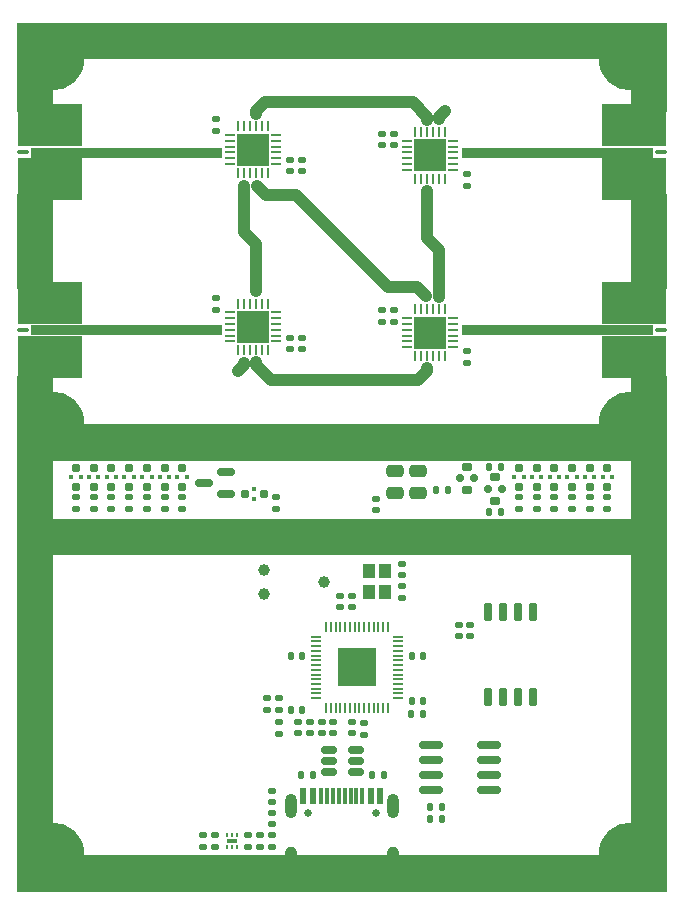
<source format=gts>
G04 #@! TF.GenerationSoftware,KiCad,Pcbnew,7.0.8-7.0.8~ubuntu22.04.1*
G04 #@! TF.CreationDate,2023-11-30T18:16:29+01:00*
G04 #@! TF.ProjectId,LibreCAL,4c696272-6543-4414-9c2e-6b696361645f,B*
G04 #@! TF.SameCoordinates,Original*
G04 #@! TF.FileFunction,Soldermask,Top*
G04 #@! TF.FilePolarity,Negative*
%FSLAX46Y46*%
G04 Gerber Fmt 4.6, Leading zero omitted, Abs format (unit mm)*
G04 Created by KiCad (PCBNEW 7.0.8-7.0.8~ubuntu22.04.1) date 2023-11-30 18:16:29*
%MOMM*%
%LPD*%
G01*
G04 APERTURE LIST*
G04 Aperture macros list*
%AMRoundRect*
0 Rectangle with rounded corners*
0 $1 Rounding radius*
0 $2 $3 $4 $5 $6 $7 $8 $9 X,Y pos of 4 corners*
0 Add a 4 corners polygon primitive as box body*
4,1,4,$2,$3,$4,$5,$6,$7,$8,$9,$2,$3,0*
0 Add four circle primitives for the rounded corners*
1,1,$1+$1,$2,$3*
1,1,$1+$1,$4,$5*
1,1,$1+$1,$6,$7*
1,1,$1+$1,$8,$9*
0 Add four rect primitives between the rounded corners*
20,1,$1+$1,$2,$3,$4,$5,0*
20,1,$1+$1,$4,$5,$6,$7,0*
20,1,$1+$1,$6,$7,$8,$9,0*
20,1,$1+$1,$8,$9,$2,$3,0*%
G04 Aperture macros list end*
%ADD10C,1.000000*%
%ADD11C,0.100000*%
%ADD12RoundRect,0.135000X0.185000X-0.135000X0.185000X0.135000X-0.185000X0.135000X-0.185000X-0.135000X0*%
%ADD13RoundRect,0.140000X-0.170000X0.140000X-0.170000X-0.140000X0.170000X-0.140000X0.170000X0.140000X0*%
%ADD14RoundRect,0.140000X0.170000X-0.140000X0.170000X0.140000X-0.170000X0.140000X-0.170000X-0.140000X0*%
%ADD15RoundRect,0.090000X-0.210000X0.210000X-0.210000X-0.210000X0.210000X-0.210000X0.210000X0.210000X0*%
%ADD16RoundRect,0.100000X-0.100000X0.100000X-0.100000X-0.100000X0.100000X-0.100000X0.100000X0.100000X0*%
%ADD17RoundRect,0.140000X-0.140000X-0.170000X0.140000X-0.170000X0.140000X0.170000X-0.140000X0.170000X0*%
%ADD18C,3.600000*%
%ADD19C,5.500000*%
%ADD20RoundRect,0.090000X0.310000X-0.210000X0.310000X0.210000X-0.310000X0.210000X-0.310000X-0.210000X0*%
%ADD21RoundRect,0.150000X0.150000X-0.150000X0.150000X0.150000X-0.150000X0.150000X-0.150000X-0.150000X0*%
%ADD22C,0.650000*%
%ADD23R,0.600000X1.450000*%
%ADD24R,0.300000X1.450000*%
%ADD25O,1.000000X2.100000*%
%ADD26O,1.000000X1.600000*%
%ADD27RoundRect,0.150000X0.825000X0.150000X-0.825000X0.150000X-0.825000X-0.150000X0.825000X-0.150000X0*%
%ADD28RoundRect,0.135000X-0.185000X0.135000X-0.185000X-0.135000X0.185000X-0.135000X0.185000X0.135000X0*%
%ADD29RoundRect,0.062500X-0.062500X0.350000X-0.062500X-0.350000X0.062500X-0.350000X0.062500X0.350000X0*%
%ADD30RoundRect,0.062500X-0.350000X0.062500X-0.350000X-0.062500X0.350000X-0.062500X0.350000X0.062500X0*%
%ADD31R,2.700000X2.700000*%
%ADD32RoundRect,0.140000X0.140000X0.170000X-0.140000X0.170000X-0.140000X-0.170000X0.140000X-0.170000X0*%
%ADD33RoundRect,0.075000X-0.425000X-0.075000X0.425000X-0.075000X0.425000X0.075000X-0.425000X0.075000X0*%
%ADD34C,1.400000*%
%ADD35R,5.540000X3.555000*%
%ADD36RoundRect,0.075000X0.425000X0.075000X-0.425000X0.075000X-0.425000X-0.075000X0.425000X-0.075000X0*%
%ADD37RoundRect,0.135000X-0.135000X-0.185000X0.135000X-0.185000X0.135000X0.185000X-0.135000X0.185000X0*%
%ADD38RoundRect,0.150000X0.150000X-0.650000X0.150000X0.650000X-0.150000X0.650000X-0.150000X-0.650000X0*%
%ADD39RoundRect,0.147500X-0.172500X0.147500X-0.172500X-0.147500X0.172500X-0.147500X0.172500X0.147500X0*%
%ADD40RoundRect,0.147500X-0.147500X-0.172500X0.147500X-0.172500X0.147500X0.172500X-0.147500X0.172500X0*%
%ADD41RoundRect,0.062500X0.062500X-0.350000X0.062500X0.350000X-0.062500X0.350000X-0.062500X-0.350000X0*%
%ADD42RoundRect,0.062500X0.350000X-0.062500X0.350000X0.062500X-0.350000X0.062500X-0.350000X-0.062500X0*%
%ADD43RoundRect,0.090000X0.210000X-0.210000X0.210000X0.210000X-0.210000X0.210000X-0.210000X-0.210000X0*%
%ADD44RoundRect,0.100000X0.100000X-0.100000X0.100000X0.100000X-0.100000X0.100000X-0.100000X-0.100000X0*%
%ADD45RoundRect,0.045000X0.045000X-0.130000X0.045000X0.130000X-0.045000X0.130000X-0.045000X-0.130000X0*%
%ADD46R,0.940000X0.300000*%
%ADD47RoundRect,0.135000X0.135000X0.185000X-0.135000X0.185000X-0.135000X-0.185000X0.135000X-0.185000X0*%
%ADD48RoundRect,0.150000X0.587500X0.150000X-0.587500X0.150000X-0.587500X-0.150000X0.587500X-0.150000X0*%
%ADD49RoundRect,0.250000X0.475000X-0.250000X0.475000X0.250000X-0.475000X0.250000X-0.475000X-0.250000X0*%
%ADD50R,1.000000X1.150000*%
%ADD51RoundRect,0.090000X-0.210000X-0.210000X0.210000X-0.210000X0.210000X0.210000X-0.210000X0.210000X0*%
%ADD52RoundRect,0.100000X-0.100000X-0.100000X0.100000X-0.100000X0.100000X0.100000X-0.100000X0.100000X0*%
%ADD53RoundRect,0.147500X0.172500X-0.147500X0.172500X0.147500X-0.172500X0.147500X-0.172500X-0.147500X0*%
%ADD54RoundRect,0.050000X0.387500X0.050000X-0.387500X0.050000X-0.387500X-0.050000X0.387500X-0.050000X0*%
%ADD55RoundRect,0.050000X0.050000X0.387500X-0.050000X0.387500X-0.050000X-0.387500X0.050000X-0.387500X0*%
%ADD56R,3.200000X3.200000*%
%ADD57RoundRect,0.150000X0.512500X0.150000X-0.512500X0.150000X-0.512500X-0.150000X0.512500X-0.150000X0*%
%ADD58C,0.990600*%
G04 APERTURE END LIST*
D10*
X120250000Y-84750000D02*
X120250000Y-88700000D01*
X135750000Y-74000000D02*
X135750000Y-74200000D01*
D11*
X137700000Y-76600000D02*
X153800000Y-76600000D01*
X153800000Y-77400000D01*
X137700000Y-77400000D01*
X137700000Y-76600000D01*
G36*
X137700000Y-76600000D02*
G01*
X153800000Y-76600000D01*
X153800000Y-77400000D01*
X137700000Y-77400000D01*
X137700000Y-76600000D01*
G37*
D10*
X123600000Y-80600000D02*
X131400000Y-88400000D01*
X120350000Y-79850000D02*
X121100000Y-80600000D01*
X120250000Y-73500000D02*
X120250000Y-73750000D01*
X131400000Y-88400000D02*
X133900000Y-88400000D01*
X134750000Y-84250000D02*
X135750000Y-85250000D01*
X121000000Y-72750000D02*
X120250000Y-73500000D01*
X119250000Y-83750000D02*
X120250000Y-84750000D01*
X134750000Y-95500000D02*
X134750000Y-95250000D01*
X135750000Y-85250000D02*
X135750000Y-89200000D01*
D11*
X101200000Y-91600000D02*
X117300000Y-91600000D01*
X117300000Y-92400000D01*
X101200000Y-92400000D01*
X101200000Y-91600000D01*
G36*
X101200000Y-91600000D02*
G01*
X117300000Y-91600000D01*
X117300000Y-92400000D01*
X101200000Y-92400000D01*
X101200000Y-91600000D01*
G37*
X100000000Y-66000000D02*
X103000000Y-66000000D01*
X103000000Y-73500000D01*
X100000000Y-73500000D01*
X100000000Y-66000000D01*
G36*
X100000000Y-66000000D02*
G01*
X103000000Y-66000000D01*
X103000000Y-73500000D01*
X100000000Y-73500000D01*
X100000000Y-66000000D01*
G37*
D10*
X133500000Y-72750000D02*
X121000000Y-72750000D01*
X119250000Y-95000000D02*
X119250000Y-94800000D01*
X121100000Y-80600000D02*
X123600000Y-80600000D01*
X118750000Y-95500000D02*
X119250000Y-95000000D01*
D11*
X100000000Y-108000000D02*
X155000000Y-108000000D01*
X155000000Y-111000000D01*
X100000000Y-111000000D01*
X100000000Y-108000000D01*
G36*
X100000000Y-108000000D02*
G01*
X155000000Y-108000000D01*
X155000000Y-111000000D01*
X100000000Y-111000000D01*
X100000000Y-108000000D01*
G37*
X101200000Y-76600000D02*
X117300000Y-76600000D01*
X117300000Y-77400000D01*
X101200000Y-77400000D01*
X101200000Y-76600000D01*
G36*
X101200000Y-76600000D02*
G01*
X117300000Y-76600000D01*
X117300000Y-77400000D01*
X101200000Y-77400000D01*
X101200000Y-76600000D01*
G37*
D10*
X134750000Y-80300000D02*
X134750000Y-84250000D01*
D11*
X152000000Y-66000000D02*
X155000000Y-66000000D01*
X155000000Y-73500000D01*
X152000000Y-73500000D01*
X152000000Y-66000000D01*
G36*
X152000000Y-66000000D02*
G01*
X155000000Y-66000000D01*
X155000000Y-73500000D01*
X152000000Y-73500000D01*
X152000000Y-66000000D01*
G37*
D10*
X134750000Y-74000000D02*
X133500000Y-72750000D01*
X136250000Y-73500000D02*
X135750000Y-74000000D01*
X120250000Y-95000000D02*
X121500000Y-96250000D01*
X134750000Y-74000000D02*
X134750000Y-74250000D01*
X134000000Y-96250000D02*
X134750000Y-95500000D01*
D11*
X100000000Y-66000000D02*
X155000000Y-66000000D01*
X155000000Y-69000000D01*
X100000000Y-69000000D01*
X100000000Y-66000000D01*
G36*
X100000000Y-66000000D02*
G01*
X155000000Y-66000000D01*
X155000000Y-69000000D01*
X100000000Y-69000000D01*
X100000000Y-66000000D01*
G37*
D10*
X121500000Y-96250000D02*
X134000000Y-96250000D01*
X120250000Y-95000000D02*
X120250000Y-94750000D01*
D11*
X100000000Y-95900000D02*
X103000000Y-95900000D01*
X103000000Y-139500000D01*
X100000000Y-139500000D01*
X100000000Y-95900000D01*
G36*
X100000000Y-95900000D02*
G01*
X103000000Y-95900000D01*
X103000000Y-139500000D01*
X100000000Y-139500000D01*
X100000000Y-95900000D01*
G37*
X100000000Y-100000000D02*
X155000000Y-100000000D01*
X155000000Y-103000000D01*
X100000000Y-103000000D01*
X100000000Y-100000000D01*
G36*
X100000000Y-100000000D02*
G01*
X155000000Y-100000000D01*
X155000000Y-103000000D01*
X100000000Y-103000000D01*
X100000000Y-100000000D01*
G37*
X137700000Y-91600000D02*
X153800000Y-91600000D01*
X153800000Y-92400000D01*
X137700000Y-92400000D01*
X137700000Y-91600000D01*
G36*
X137700000Y-91600000D02*
G01*
X153800000Y-91600000D01*
X153800000Y-92400000D01*
X137700000Y-92400000D01*
X137700000Y-91600000D01*
G37*
D10*
X119250000Y-79800000D02*
X119250000Y-83750000D01*
D11*
X100000000Y-136500000D02*
X155000000Y-136500000D01*
X155000000Y-139500000D01*
X100000000Y-139500000D01*
X100000000Y-136500000D01*
G36*
X100000000Y-136500000D02*
G01*
X155000000Y-136500000D01*
X155000000Y-139500000D01*
X100000000Y-139500000D01*
X100000000Y-136500000D01*
G37*
X100000000Y-80500000D02*
X103000000Y-80500000D01*
X103000000Y-88500000D01*
X100000000Y-88500000D01*
X100000000Y-80500000D01*
G36*
X100000000Y-80500000D02*
G01*
X103000000Y-80500000D01*
X103000000Y-88500000D01*
X100000000Y-88500000D01*
X100000000Y-80500000D01*
G37*
D10*
X133900000Y-88400000D02*
X134650000Y-89150000D01*
D11*
X152000000Y-80500000D02*
X155000000Y-80500000D01*
X155000000Y-88500000D01*
X152000000Y-88500000D01*
X152000000Y-80500000D01*
G36*
X152000000Y-80500000D02*
G01*
X155000000Y-80500000D01*
X155000000Y-88500000D01*
X152000000Y-88500000D01*
X152000000Y-80500000D01*
G37*
X152000000Y-95900000D02*
X155000000Y-95900000D01*
X155000000Y-139500000D01*
X152000000Y-139500000D01*
X152000000Y-95900000D01*
G36*
X152000000Y-95900000D02*
G01*
X155000000Y-95900000D01*
X155000000Y-139500000D01*
X152000000Y-139500000D01*
X152000000Y-95900000D01*
G37*
D12*
G04 #@! TO.C,R10*
X108000000Y-107210000D03*
X108000000Y-106190000D03*
G04 #@! TD*
D13*
G04 #@! TO.C,C19*
X129400000Y-125320000D03*
X129400000Y-126280000D03*
G04 #@! TD*
D14*
G04 #@! TO.C,C11*
X121600000Y-131980000D03*
X121600000Y-131020000D03*
G04 #@! TD*
D15*
G04 #@! TO.C,C45*
X142500000Y-103700000D03*
D16*
X142900000Y-104500000D03*
X142100000Y-104500000D03*
D15*
X142500000Y-105300000D03*
G04 #@! TD*
D13*
G04 #@! TO.C,C27*
X121200000Y-123220000D03*
X121200000Y-124180000D03*
G04 #@! TD*
D12*
G04 #@! TO.C,R30*
X111000000Y-107210000D03*
X111000000Y-106190000D03*
G04 #@! TD*
D14*
G04 #@! TO.C,C14*
X128400000Y-115480000D03*
X128400000Y-114520000D03*
G04 #@! TD*
D17*
G04 #@! TO.C,C16*
X133420000Y-119600000D03*
X134380000Y-119600000D03*
G04 #@! TD*
G04 #@! TO.C,C10*
X135020000Y-133400000D03*
X135980000Y-133400000D03*
G04 #@! TD*
D18*
G04 #@! TO.C,H2*
X152000000Y-69000000D03*
D19*
X152000000Y-69000000D03*
G04 #@! TD*
D13*
G04 #@! TO.C,C3*
X124100000Y-77645000D03*
X124100000Y-78605000D03*
G04 #@! TD*
D20*
G04 #@! TO.C,C33*
X140500000Y-106500000D03*
D21*
X139900000Y-105500000D03*
X141100000Y-105500000D03*
D20*
X140500000Y-104500000D03*
G04 #@! TD*
D15*
G04 #@! TO.C,C44*
X144000000Y-103700000D03*
D16*
X144400000Y-104500000D03*
X143600000Y-104500000D03*
D15*
X144000000Y-105300000D03*
G04 #@! TD*
D14*
G04 #@! TO.C,C17*
X127400000Y-115480000D03*
X127400000Y-114520000D03*
G04 #@! TD*
D15*
G04 #@! TO.C,C39*
X150000000Y-103700000D03*
D16*
X150400000Y-104500000D03*
X149600000Y-104500000D03*
D15*
X150000000Y-105300000D03*
G04 #@! TD*
D22*
G04 #@! TO.C,J5*
X124610000Y-132900000D03*
X130390000Y-132900000D03*
D23*
X124250000Y-131455000D03*
X125050000Y-131455000D03*
D24*
X126250000Y-131455000D03*
X127250000Y-131455000D03*
X127750000Y-131455000D03*
X128750000Y-131455000D03*
D23*
X129950000Y-131455000D03*
X130750000Y-131455000D03*
X130750000Y-131455000D03*
X129950000Y-131455000D03*
D24*
X129250000Y-131455000D03*
X128250000Y-131455000D03*
X126750000Y-131455000D03*
X125750000Y-131455000D03*
D23*
X125050000Y-131455000D03*
X124250000Y-131455000D03*
D25*
X123180000Y-132370000D03*
D26*
X123180000Y-136550000D03*
D25*
X131820000Y-132370000D03*
D26*
X131820000Y-136550000D03*
G04 #@! TD*
D15*
G04 #@! TO.C,C38*
X148500000Y-103700000D03*
D16*
X148900000Y-104500000D03*
X148100000Y-104500000D03*
D15*
X148500000Y-105300000D03*
G04 #@! TD*
G04 #@! TO.C,C41*
X111000000Y-103700000D03*
D16*
X111400000Y-104500000D03*
X110600000Y-104500000D03*
D15*
X111000000Y-105300000D03*
G04 #@! TD*
D13*
G04 #@! TO.C,C26*
X138400000Y-117020000D03*
X138400000Y-117980000D03*
G04 #@! TD*
D27*
G04 #@! TO.C,U5*
X139975000Y-131005000D03*
X139975000Y-129735000D03*
X139975000Y-128465000D03*
X139975000Y-127195000D03*
X135025000Y-127195000D03*
X135025000Y-128465000D03*
X135025000Y-129735000D03*
X135025000Y-131005000D03*
G04 #@! TD*
D14*
G04 #@! TO.C,C7*
X131900000Y-76355000D03*
X131900000Y-75395000D03*
G04 #@! TD*
D13*
G04 #@! TO.C,C13*
X132600000Y-111820000D03*
X132600000Y-112780000D03*
G04 #@! TD*
D12*
G04 #@! TO.C,R1*
X116900000Y-75210000D03*
X116900000Y-74190000D03*
G04 #@! TD*
D18*
G04 #@! TO.C,H5*
X152000000Y-100000000D03*
D19*
X152000000Y-100000000D03*
G04 #@! TD*
D28*
G04 #@! TO.C,R3*
X138100000Y-78790000D03*
X138100000Y-79810000D03*
G04 #@! TD*
D15*
G04 #@! TO.C,C43*
X145500000Y-103700000D03*
D16*
X145900000Y-104500000D03*
X145100000Y-104500000D03*
D15*
X145500000Y-105300000D03*
G04 #@! TD*
D13*
G04 #@! TO.C,C30*
X119600000Y-134820000D03*
X119600000Y-135780000D03*
G04 #@! TD*
D29*
G04 #@! TO.C,U4*
X136250000Y-90287500D03*
X135750000Y-90287500D03*
X135250000Y-90287500D03*
X134750000Y-90287500D03*
X134250000Y-90287500D03*
X133750000Y-90287500D03*
D30*
X133037500Y-91000000D03*
X133037500Y-91500000D03*
X133037500Y-92000000D03*
X133037500Y-92500000D03*
X133037500Y-93000000D03*
X133037500Y-93500000D03*
D29*
X133750000Y-94212500D03*
X134250000Y-94212500D03*
X134750000Y-94212500D03*
X135250000Y-94212500D03*
X135750000Y-94212500D03*
X136250000Y-94212500D03*
D30*
X136962500Y-93500000D03*
X136962500Y-93000000D03*
X136962500Y-92500000D03*
X136962500Y-92000000D03*
X136962500Y-91500000D03*
X136962500Y-91000000D03*
D31*
X135000000Y-92250000D03*
G04 #@! TD*
D15*
G04 #@! TO.C,C34*
X108000000Y-103700000D03*
D16*
X108400000Y-104500000D03*
X107600000Y-104500000D03*
D15*
X108000000Y-105300000D03*
G04 #@! TD*
D32*
G04 #@! TO.C,C20*
X124180000Y-124200000D03*
X123220000Y-124200000D03*
G04 #@! TD*
D17*
G04 #@! TO.C,C9*
X135020000Y-132400000D03*
X135980000Y-132400000D03*
G04 #@! TD*
D15*
G04 #@! TO.C,C36*
X105000000Y-103700000D03*
D16*
X105400000Y-104500000D03*
X104600000Y-104500000D03*
D15*
X105000000Y-105300000D03*
G04 #@! TD*
D12*
G04 #@! TO.C,R11*
X106500000Y-107210000D03*
X106500000Y-106190000D03*
G04 #@! TD*
D13*
G04 #@! TO.C,C25*
X137400000Y-117020000D03*
X137400000Y-117980000D03*
G04 #@! TD*
D18*
G04 #@! TO.C,H3*
X103000000Y-69000000D03*
D19*
X103000000Y-69000000D03*
G04 #@! TD*
D12*
G04 #@! TO.C,R25*
X105000000Y-107210000D03*
X105000000Y-106190000D03*
G04 #@! TD*
G04 #@! TO.C,R12*
X122200000Y-126210000D03*
X122200000Y-125190000D03*
G04 #@! TD*
D33*
G04 #@! TO.C,J1*
X154500000Y-77000000D03*
D34*
X153250000Y-78220000D03*
X151040000Y-78220000D03*
X153250000Y-75780000D03*
X151040000Y-75780000D03*
D35*
X152230000Y-74712500D03*
X152230000Y-79287500D03*
G04 #@! TD*
D15*
G04 #@! TO.C,C40*
X109500000Y-103700000D03*
D16*
X109900000Y-104500000D03*
X109100000Y-104500000D03*
D15*
X109500000Y-105300000D03*
G04 #@! TD*
D13*
G04 #@! TO.C,C28*
X121600000Y-134820000D03*
X121600000Y-135780000D03*
G04 #@! TD*
D36*
G04 #@! TO.C,J2*
X100500000Y-77000000D03*
D34*
X101750000Y-75780000D03*
X103960000Y-75780000D03*
X101750000Y-78220000D03*
X103960000Y-78220000D03*
D35*
X102770000Y-79287500D03*
X102770000Y-74712500D03*
G04 #@! TD*
D37*
G04 #@! TO.C,R7*
X133390000Y-124500000D03*
X134410000Y-124500000D03*
G04 #@! TD*
D12*
G04 #@! TO.C,R13*
X122200000Y-124210000D03*
X122200000Y-123190000D03*
G04 #@! TD*
D38*
G04 #@! TO.C,U8*
X139895000Y-123100000D03*
X141165000Y-123100000D03*
X142435000Y-123100000D03*
X143705000Y-123100000D03*
X143705000Y-115900000D03*
X142435000Y-115900000D03*
X141165000Y-115900000D03*
X139895000Y-115900000D03*
G04 #@! TD*
D12*
G04 #@! TO.C,R26*
X147000000Y-107210000D03*
X147000000Y-106190000D03*
G04 #@! TD*
D39*
G04 #@! TO.C,FB1*
X123800000Y-125215000D03*
X123800000Y-126185000D03*
G04 #@! TD*
G04 #@! TO.C,FB2*
X121600000Y-132915000D03*
X121600000Y-133885000D03*
G04 #@! TD*
D13*
G04 #@! TO.C,C22*
X128400000Y-125220000D03*
X128400000Y-126180000D03*
G04 #@! TD*
D12*
G04 #@! TO.C,R27*
X148500000Y-107210000D03*
X148500000Y-106190000D03*
G04 #@! TD*
D18*
G04 #@! TO.C,H4*
X103000000Y-136500000D03*
D19*
X103000000Y-136500000D03*
G04 #@! TD*
D15*
G04 #@! TO.C,C37*
X147000000Y-103700000D03*
D16*
X147400000Y-104500000D03*
X146600000Y-104500000D03*
D15*
X147000000Y-105300000D03*
G04 #@! TD*
D40*
G04 #@! TO.C,FB3*
X140015000Y-107400000D03*
X140985000Y-107400000D03*
G04 #@! TD*
D14*
G04 #@! TO.C,C6*
X130900000Y-91330000D03*
X130900000Y-90370000D03*
G04 #@! TD*
D41*
G04 #@! TO.C,U1*
X118750000Y-78712500D03*
X119250000Y-78712500D03*
X119750000Y-78712500D03*
X120250000Y-78712500D03*
X120750000Y-78712500D03*
X121250000Y-78712500D03*
D42*
X121962500Y-78000000D03*
X121962500Y-77500000D03*
X121962500Y-77000000D03*
X121962500Y-76500000D03*
X121962500Y-76000000D03*
X121962500Y-75500000D03*
D41*
X121250000Y-74787500D03*
X120750000Y-74787500D03*
X120250000Y-74787500D03*
X119750000Y-74787500D03*
X119250000Y-74787500D03*
X118750000Y-74787500D03*
D42*
X118037500Y-75500000D03*
X118037500Y-76000000D03*
X118037500Y-76500000D03*
X118037500Y-77000000D03*
X118037500Y-77500000D03*
X118037500Y-78000000D03*
D31*
X120000000Y-76750000D03*
G04 #@! TD*
D14*
G04 #@! TO.C,C12*
X132600000Y-114680000D03*
X132600000Y-113720000D03*
G04 #@! TD*
D43*
G04 #@! TO.C,C50*
X114000000Y-105300000D03*
D44*
X113600000Y-104500000D03*
X114400000Y-104500000D03*
D43*
X114000000Y-103700000D03*
G04 #@! TD*
D13*
G04 #@! TO.C,C29*
X120600000Y-134820000D03*
X120600000Y-135780000D03*
G04 #@! TD*
D45*
G04 #@! TO.C,U9*
X117800000Y-135825000D03*
X118200000Y-135825000D03*
X118600000Y-135825000D03*
X118600000Y-134775000D03*
X118200000Y-134775000D03*
X117800000Y-134775000D03*
D46*
X118200000Y-135300000D03*
G04 #@! TD*
D47*
G04 #@! TO.C,R6*
X125110000Y-129700000D03*
X124090000Y-129700000D03*
G04 #@! TD*
D12*
G04 #@! TO.C,R29*
X109500000Y-107210000D03*
X109500000Y-106190000D03*
G04 #@! TD*
D13*
G04 #@! TO.C,C21*
X126800000Y-125220000D03*
X126800000Y-126180000D03*
G04 #@! TD*
D15*
G04 #@! TO.C,C35*
X106500000Y-103700000D03*
D16*
X106900000Y-104500000D03*
X106100000Y-104500000D03*
D15*
X106500000Y-105300000D03*
G04 #@! TD*
D48*
G04 #@! TO.C,Q1*
X117737500Y-105950000D03*
X117737500Y-104050000D03*
X115862500Y-105000000D03*
G04 #@! TD*
D20*
G04 #@! TO.C,C49*
X138100000Y-105600000D03*
D21*
X137500000Y-104600000D03*
X138700000Y-104600000D03*
D20*
X138100000Y-103600000D03*
G04 #@! TD*
D12*
G04 #@! TO.C,R31*
X112500000Y-107210000D03*
X112500000Y-106190000D03*
G04 #@! TD*
D40*
G04 #@! TO.C,FB4*
X140015000Y-103600000D03*
X140985000Y-103600000D03*
G04 #@! TD*
D12*
G04 #@! TO.C,R34*
X142500000Y-107210000D03*
X142500000Y-106190000D03*
G04 #@! TD*
D49*
G04 #@! TO.C,C46*
X132000000Y-105850000D03*
X132000000Y-103950000D03*
G04 #@! TD*
D18*
G04 #@! TO.C,H6*
X103000000Y-100000000D03*
D19*
X103000000Y-100000000D03*
G04 #@! TD*
D37*
G04 #@! TO.C,R5*
X130090000Y-129700000D03*
X131110000Y-129700000D03*
G04 #@! TD*
D33*
G04 #@! TO.C,J3*
X154500000Y-92000000D03*
D34*
X153250000Y-93220000D03*
X151040000Y-93220000D03*
X153250000Y-90780000D03*
X151040000Y-90780000D03*
D35*
X152230000Y-89712500D03*
X152230000Y-94287500D03*
G04 #@! TD*
D12*
G04 #@! TO.C,R35*
X121900000Y-107210000D03*
X121900000Y-106190000D03*
G04 #@! TD*
D50*
G04 #@! TO.C,Y1*
X131200000Y-114175000D03*
X131200000Y-112425000D03*
X129800000Y-112425000D03*
X129800000Y-114175000D03*
G04 #@! TD*
D12*
G04 #@! TO.C,R28*
X150000000Y-107210000D03*
X150000000Y-106190000D03*
G04 #@! TD*
D29*
G04 #@! TO.C,U3*
X136250000Y-75287500D03*
X135750000Y-75287500D03*
X135250000Y-75287500D03*
X134750000Y-75287500D03*
X134250000Y-75287500D03*
X133750000Y-75287500D03*
D30*
X133037500Y-76000000D03*
X133037500Y-76500000D03*
X133037500Y-77000000D03*
X133037500Y-77500000D03*
X133037500Y-78000000D03*
X133037500Y-78500000D03*
D29*
X133750000Y-79212500D03*
X134250000Y-79212500D03*
X134750000Y-79212500D03*
X135250000Y-79212500D03*
X135750000Y-79212500D03*
X136250000Y-79212500D03*
D30*
X136962500Y-78500000D03*
X136962500Y-78000000D03*
X136962500Y-77500000D03*
X136962500Y-77000000D03*
X136962500Y-76500000D03*
X136962500Y-76000000D03*
D31*
X135000000Y-77250000D03*
G04 #@! TD*
D13*
G04 #@! TO.C,C1*
X123100000Y-77645000D03*
X123100000Y-78605000D03*
G04 #@! TD*
D51*
G04 #@! TO.C,C48*
X119300000Y-105900000D03*
D52*
X120100000Y-105500000D03*
X120100000Y-106300000D03*
D51*
X120900000Y-105900000D03*
G04 #@! TD*
D17*
G04 #@! TO.C,C15*
X133420000Y-123400000D03*
X134380000Y-123400000D03*
G04 #@! TD*
D12*
G04 #@! TO.C,R32*
X145500000Y-107210000D03*
X145500000Y-106190000D03*
G04 #@! TD*
D49*
G04 #@! TO.C,C47*
X134000000Y-105850000D03*
X134000000Y-103950000D03*
G04 #@! TD*
D13*
G04 #@! TO.C,C23*
X125800000Y-125220000D03*
X125800000Y-126180000D03*
G04 #@! TD*
D14*
G04 #@! TO.C,C31*
X116800000Y-135780000D03*
X116800000Y-134820000D03*
G04 #@! TD*
D18*
G04 #@! TO.C,H1*
X152000000Y-136500000D03*
D19*
X152000000Y-136500000D03*
G04 #@! TD*
D13*
G04 #@! TO.C,C24*
X124800000Y-125220000D03*
X124800000Y-126180000D03*
G04 #@! TD*
D28*
G04 #@! TO.C,R36*
X114000000Y-106190000D03*
X114000000Y-107210000D03*
G04 #@! TD*
D53*
G04 #@! TO.C,FB5*
X130400000Y-107285000D03*
X130400000Y-106315000D03*
G04 #@! TD*
D36*
G04 #@! TO.C,J4*
X100500000Y-92000000D03*
D34*
X101750000Y-90780000D03*
X103960000Y-90780000D03*
X101750000Y-93220000D03*
X103960000Y-93220000D03*
D35*
X102770000Y-94287500D03*
X102770000Y-89712500D03*
G04 #@! TD*
D12*
G04 #@! TO.C,R33*
X144000000Y-107210000D03*
X144000000Y-106190000D03*
G04 #@! TD*
D13*
G04 #@! TO.C,C2*
X123100000Y-92670000D03*
X123100000Y-93630000D03*
G04 #@! TD*
D15*
G04 #@! TO.C,C42*
X112500000Y-103700000D03*
D16*
X112900000Y-104500000D03*
X112100000Y-104500000D03*
D15*
X112500000Y-105300000D03*
G04 #@! TD*
D13*
G04 #@! TO.C,C4*
X124100000Y-92670000D03*
X124100000Y-93630000D03*
G04 #@! TD*
D14*
G04 #@! TO.C,C32*
X115800000Y-135780000D03*
X115800000Y-134820000D03*
G04 #@! TD*
D12*
G04 #@! TO.C,R2*
X116900000Y-90310000D03*
X116900000Y-89290000D03*
G04 #@! TD*
D40*
G04 #@! TO.C,FB6*
X135515000Y-105600000D03*
X136485000Y-105600000D03*
G04 #@! TD*
D41*
G04 #@! TO.C,U2*
X118750000Y-93712500D03*
X119250000Y-93712500D03*
X119750000Y-93712500D03*
X120250000Y-93712500D03*
X120750000Y-93712500D03*
X121250000Y-93712500D03*
D42*
X121962500Y-93000000D03*
X121962500Y-92500000D03*
X121962500Y-92000000D03*
X121962500Y-91500000D03*
X121962500Y-91000000D03*
X121962500Y-90500000D03*
D41*
X121250000Y-89787500D03*
X120750000Y-89787500D03*
X120250000Y-89787500D03*
X119750000Y-89787500D03*
X119250000Y-89787500D03*
X118750000Y-89787500D03*
D42*
X118037500Y-90500000D03*
X118037500Y-91000000D03*
X118037500Y-91500000D03*
X118037500Y-92000000D03*
X118037500Y-92500000D03*
X118037500Y-93000000D03*
D31*
X120000000Y-91750000D03*
G04 #@! TD*
D14*
G04 #@! TO.C,C8*
X131900000Y-91330000D03*
X131900000Y-90370000D03*
G04 #@! TD*
G04 #@! TO.C,C5*
X130900000Y-76355000D03*
X130900000Y-75395000D03*
G04 #@! TD*
D54*
G04 #@! TO.C,U7*
X132237500Y-123200000D03*
X132237500Y-122800000D03*
X132237500Y-122400000D03*
X132237500Y-122000000D03*
X132237500Y-121600000D03*
X132237500Y-121200000D03*
X132237500Y-120800000D03*
X132237500Y-120400000D03*
X132237500Y-120000000D03*
X132237500Y-119600000D03*
X132237500Y-119200000D03*
X132237500Y-118800000D03*
X132237500Y-118400000D03*
X132237500Y-118000000D03*
D55*
X131400000Y-117162500D03*
X131000000Y-117162500D03*
X130600000Y-117162500D03*
X130200000Y-117162500D03*
X129800000Y-117162500D03*
X129400000Y-117162500D03*
X129000000Y-117162500D03*
X128600000Y-117162500D03*
X128200000Y-117162500D03*
X127800000Y-117162500D03*
X127400000Y-117162500D03*
X127000000Y-117162500D03*
X126600000Y-117162500D03*
X126200000Y-117162500D03*
D54*
X125362500Y-118000000D03*
X125362500Y-118400000D03*
X125362500Y-118800000D03*
X125362500Y-119200000D03*
X125362500Y-119600000D03*
X125362500Y-120000000D03*
X125362500Y-120400000D03*
X125362500Y-120800000D03*
X125362500Y-121200000D03*
X125362500Y-121600000D03*
X125362500Y-122000000D03*
X125362500Y-122400000D03*
X125362500Y-122800000D03*
X125362500Y-123200000D03*
D55*
X126200000Y-124037500D03*
X126600000Y-124037500D03*
X127000000Y-124037500D03*
X127400000Y-124037500D03*
X127800000Y-124037500D03*
X128200000Y-124037500D03*
X128600000Y-124037500D03*
X129000000Y-124037500D03*
X129400000Y-124037500D03*
X129800000Y-124037500D03*
X130200000Y-124037500D03*
X130600000Y-124037500D03*
X131000000Y-124037500D03*
X131400000Y-124037500D03*
D56*
X128800000Y-120600000D03*
G04 #@! TD*
D57*
G04 #@! TO.C,U6*
X128737500Y-129450000D03*
X128737500Y-128500000D03*
X128737500Y-127550000D03*
X126462500Y-127550000D03*
X126462500Y-128500000D03*
X126462500Y-129450000D03*
G04 #@! TD*
D28*
G04 #@! TO.C,R4*
X138100000Y-93790000D03*
X138100000Y-94810000D03*
G04 #@! TD*
D32*
G04 #@! TO.C,C18*
X124180000Y-119600000D03*
X123220000Y-119600000D03*
G04 #@! TD*
D58*
G04 #@! TO.C,J6*
X126040000Y-113400000D03*
X120960000Y-114416000D03*
X120960000Y-112384000D03*
G04 #@! TD*
M02*

</source>
